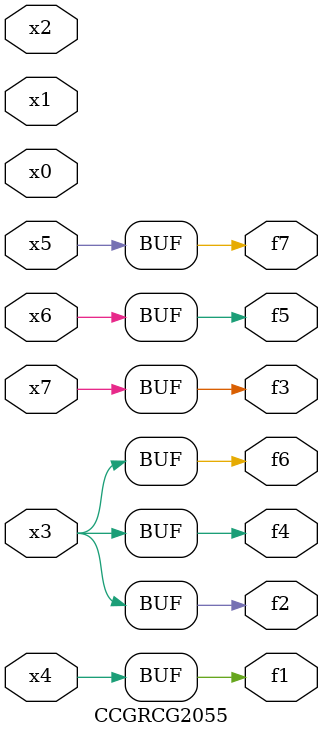
<source format=v>
module CCGRCG2055(
	input x0, x1, x2, x3, x4, x5, x6, x7,
	output f1, f2, f3, f4, f5, f6, f7
);
	assign f1 = x4;
	assign f2 = x3;
	assign f3 = x7;
	assign f4 = x3;
	assign f5 = x6;
	assign f6 = x3;
	assign f7 = x5;
endmodule

</source>
